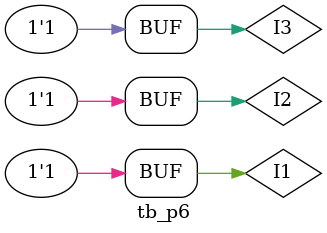
<source format=v>
module tb_p6();
	
	reg I1, I2, I3;
	wire O1, O2;
	
	p6 UUT (O1, O2, I1, I2, I3);
	initial
		begin //changing inputs
			I3 = 1'b0;
			I2 = 1'b0;
			I1 = 1'b0;
			#10;
			
			I3 = 1'b0;
			I2 = 1'b0;
			I1 = 1'b1;
			#10;
			
			I3 = 1'b0;
			I2 = 1'b1;
			I1 = 1'b0;
			#10;
			
			I3 = 1'b0;
			I2 = 1'b1;
			I1 = 1'b1;
			#10;
			
			I3 = 1'b1;
			I2 = 1'b0;
			I1 = 1'b0;
			#10;
			
			I3 = 1'b1;
			I2 = 1'b0;
			I1 = 1'b1;
			#10;
			
			I3 = 1'b1;
			I2 = 1'b1;
			I1 = 1'b0;
			#10;
			
			I3 = 1'b1;
			I2 = 1'b1;
			I1 = 1'b1;
			#10;
		end
		
		initial
		begin
			$monitor("I3 = %b, I2 = %b, I1 = %b, O1 = %b, O2 = %b, time = %t \n", I3, I2, I1, O1, O2, $time);
		end
endmodule

</source>
